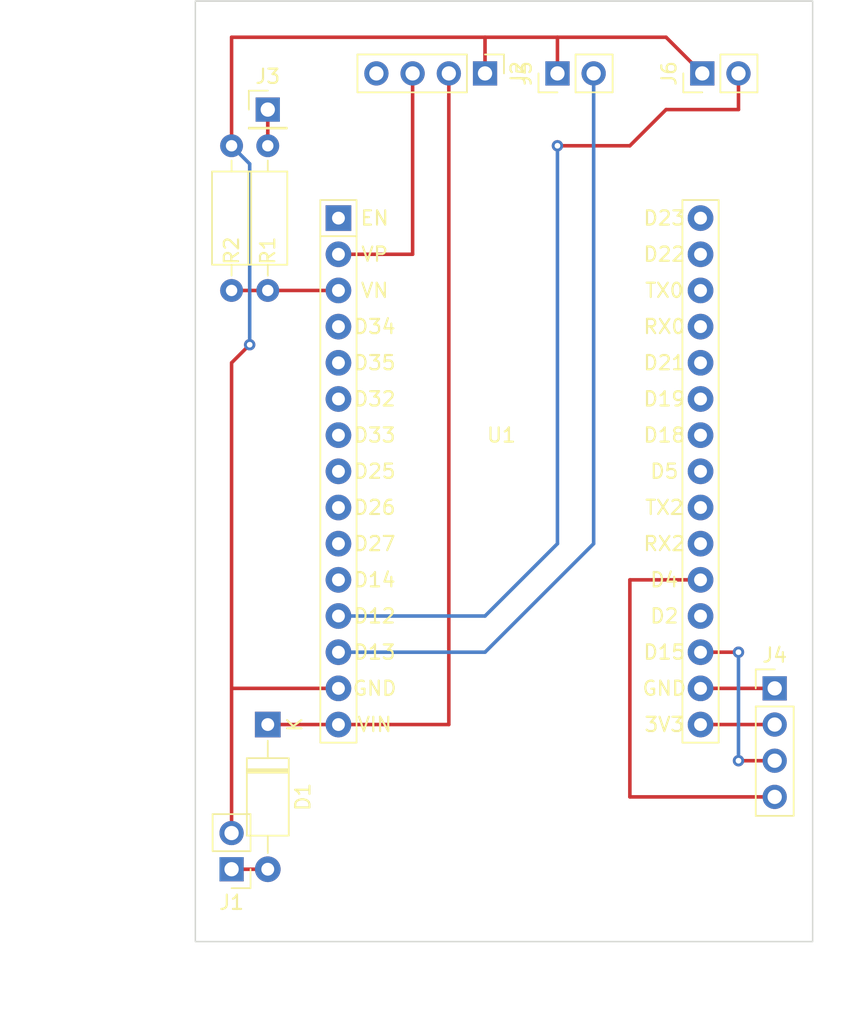
<source format=kicad_pcb>
(kicad_pcb (version 20211014) (generator pcbnew)
  (layers (0 "F.Cu" signal) (31 "B.Cu" signal) (34 "B.Paste" user) (35 "F.Paste" user) (36 "B.SilkS" user "B.Silkscreen") (37 "F.SilkS" user "F.Silkscreen") (38 "B.Mask" user) (39 "F.Mask" user) (44 "Edge.Cuts" user))
  (net 0 "")
  (net 1 "Net-(D1-Pad1)")
  (net 2 "Net-(D1-Pad2)")
  (net 3 "Net-(J1-Pad2)")
  (net 5 "Net-(J3-Pad1)")
  (net 6 "Net-(J4-Pad1)")
  (net 7 "Net-(J4-Pad2)")
  (net 8 "Net-(J4-Pad3)")
  (net 9 "Net-(J5-Pad2)")
  (net 10 "Net-(J4-Pad4)")
  (net 21 "Net-(U1-Pad12)")
  (net 32 "Net-(J2-Pad3)")
  (net 33 "Net-(R1-Pad2)")
  (footprint "Resistor_THT:R_Axial_DIN0207_L6.3mm_D2.5mm_P10.16mm_Horizontal" (layer "F.Cu") (at 144.78 53.34 -90)
    (fp_text reference "R1" (at 7.366 0 90) (layer "F.SilkS"))
    (fp_text value "180K")
    (fp_line (start 8.35 -1.37) (end 1.81 -1.37) (layer "F.SilkS") (width 0.12))
    (fp_line (start 1.81 1.37) (end 8.35 1.37) (layer "F.SilkS") (width 0.12))
    (fp_line (start 1.04 0) (end 1.81 0) (layer "F.SilkS") (width 0.12))
    (fp_line (start 1.81 -1.37) (end 1.81 1.37) (layer "F.SilkS") (width 0.12))
    (fp_line (start 9.12 0) (end 8.35 0) (layer "F.SilkS") (width 0.12))
    (fp_line (start 8.35 1.37) (end 8.35 -1.37) (layer "F.SilkS") (width 0.12))
    (pad "1" thru_hole circle (at 0 0 270) (size 1.6 1.6) (drill 0.8) (layers *.Cu *.Mask) (net 5 "Net-(J3-Pad1)"))
    (pad "2" thru_hole oval (at 10.16 0 270) (size 1.6 1.6) (drill 0.8) (layers *.Cu *.Mask) (net 33 "Net-(R1-Pad2)"))
  )
  (footprint "Connector_PinHeader_2.54mm:PinHeader_1x04_P2.54mm_Vertical" (layer "F.Cu") (at 180.34 91.44)
    (fp_text reference "J4" (at 0 -2.33) (layer "F.SilkS"))
    (fp_text value "Conn_I2C_out")
    (fp_line (start -1.33 1.27) (end -1.33 8.95) (layer "F.SilkS") (width 0.12))
    (fp_line (start -1.33 8.95) (end 1.33 8.95) (layer "F.SilkS") (width 0.12))
    (fp_line (start 1.33 1.27) (end 1.33 8.95) (layer "F.SilkS") (width 0.12))
    (fp_line (start -1.33 1.27) (end 1.33 1.27) (layer "F.SilkS") (width 0.12))
    (fp_line (start -1.33 -1.33) (end 0 -1.33) (layer "F.SilkS") (width 0.12))
    (fp_line (start -1.33 0) (end -1.33 -1.33) (layer "F.SilkS") (width 0.12))
    (pad "1" thru_hole rect (at 0 0) (size 1.7 1.7) (drill 1) (layers *.Cu *.Mask) (net 6 "Net-(J4-Pad1)"))
    (pad "2" thru_hole oval (at 0 2.54) (size 1.7 1.7) (drill 1) (layers *.Cu *.Mask) (net 7 "Net-(J4-Pad2)"))
    (pad "3" thru_hole oval (at 0 5.08) (size 1.7 1.7) (drill 1) (layers *.Cu *.Mask) (net 8 "Net-(J4-Pad3)"))
    (pad "4" thru_hole oval (at 0 7.62) (size 1.7 1.7) (drill 1) (layers *.Cu *.Mask) (net 10 "Net-(J4-Pad4)"))
  )
  (footprint "Diode_THT:D_A-405_P10.16mm_Horizontal" (layer "F.Cu") (at 144.78 93.98 -90)
    (fp_text reference "D1" (at 5.08 -2.47 90) (layer "F.SilkS"))
    (fp_text value "D")
    (fp_text user "K" (at 0 -1.9 90) (layer "F.SilkS"))
    (fp_line (start 3.26 -1.47) (end 3.26 1.47) (layer "F.SilkS") (width 0.12))
    (fp_line (start 7.8 1.47) (end 7.8 -1.47) (layer "F.SilkS") (width 0.12))
    (fp_line (start 2.36 1.47) (end 7.8 1.47) (layer "F.SilkS") (width 0.12))
    (fp_line (start 7.8 -1.47) (end 2.36 -1.47) (layer "F.SilkS") (width 0.12))
    (fp_line (start 1.14 0) (end 2.36 0) (layer "F.SilkS") (width 0.12))
    (fp_line (start 3.14 -1.47) (end 3.14 1.47) (layer "F.SilkS") (width 0.12))
    (fp_line (start 2.36 -1.47) (end 2.36 1.47) (layer "F.SilkS") (width 0.12))
    (fp_line (start 3.38 -1.47) (end 3.38 1.47) (layer "F.SilkS") (width 0.12))
    (fp_line (start 9.02 0) (end 7.8 0) (layer "F.SilkS") (width 0.12))
    (pad "1" thru_hole rect (at 0 0 270) (size 1.8 1.8) (drill 0.9) (layers *.Cu *.Mask) (net 1 "Net-(D1-Pad1)"))
    (pad "2" thru_hole oval (at 10.16 0 270) (size 1.8 1.8) (drill 0.9) (layers *.Cu *.Mask) (net 2 "Net-(D1-Pad2)"))
  )
  (footprint "Node_mcu:NodeMCU_SBC" (layer "F.Cu") (at 149.7375 58.42)
    (fp_text reference "U1" (at 11.43 15.24) (layer "F.SilkS"))
    (fp_text value "NodeMCU_ESP32")
    (fp_text user "D26" (at 2.54 20.32) (layer "F.SilkS"))
    (fp_text user "EN" (at 2.54 0) (layer "F.SilkS"))
    (fp_text user "TX0" (at 22.86 5.08) (layer "F.SilkS"))
    (fp_text user "D2" (at 22.86 27.94) (layer "F.SilkS"))
    (fp_text user "VIN" (at 2.54 35.56) (layer "F.SilkS"))
    (fp_text user "TX2" (at 22.86 20.32) (layer "F.SilkS"))
    (fp_text user "D18" (at 22.86 15.24) (layer "F.SilkS"))
    (fp_text user "GND" (at 22.86 33.02) (layer "F.SilkS"))
    (fp_text user "D23" (at 22.86 0) (layer "F.SilkS"))
    (fp_text user "D25" (at 2.54 17.78) (layer "F.SilkS"))
    (fp_text user "D14" (at 2.54 25.4) (layer "F.SilkS"))
    (fp_text user "3V3" (at 22.86 35.56) (layer "F.SilkS"))
    (fp_text user "D19" (at 22.86 12.7) (layer "F.SilkS"))
    (fp_text user "D34" (at 2.54 7.62) (layer "F.SilkS"))
    (fp_text user "D35" (at 2.54 10.16) (layer "F.SilkS"))
    (fp_text user "D22" (at 22.86 2.54) (layer "F.SilkS"))
    (fp_text user "D21" (at 22.86 10.16) (layer "F.SilkS"))
    (fp_text user "RX2" (at 22.86 22.86) (layer "F.SilkS"))
    (fp_text user "D4" (at 22.86 25.4) (layer "F.SilkS"))
    (fp_text user "D12" (at 2.54 27.94) (layer "F.SilkS"))
    (fp_text user "D33" (at 2.54 15.24) (layer "F.SilkS"))
    (fp_text user "D32" (at 2.54 12.7) (layer "F.SilkS"))
    (fp_text user "D15" (at 22.86 30.48) (layer "F.SilkS"))
    (fp_text user "D5" (at 22.86 17.78) (layer "F.SilkS"))
    (fp_text user "GND" (at 2.54 33.02) (layer "F.SilkS"))
    (fp_text user "D13" (at 2.54 30.48) (layer "F.SilkS"))
    (fp_text user "VN" (at 2.54 5.08) (layer "F.SilkS"))
    (fp_text user "D27" (at 2.54 22.86) (layer "F.SilkS"))
    (fp_text user "RX0" (at 22.86 7.62) (layer "F.SilkS"))
    (fp_text user "VP" (at 2.54 2.54) (layer "F.SilkS"))
    (fp_line (start 24.13 -1.27) (end 24.13 36.83) (layer "F.SilkS") (width 0.12))
    (fp_line (start 1.27 36.83) (end 1.27 -1.27) (layer "F.SilkS") (width 0.12))
    (fp_line (start 24.13 36.83) (end 26.67 36.83) (layer "F.SilkS") (width 0.12))
    (fp_line (start -1.27 -1.27) (end -1.27 36.83) (layer "F.SilkS") (width 0.12))
    (fp_line (start 1.27 -1.27) (end -1.27 -1.27) (layer "F.SilkS") (width 0.12))
    (fp_line (start 26.67 36.83) (end 26.67 -1.27) (layer "F.SilkS") (width 0.12))
    (fp_line (start 1.27 1.27) (end -1.27 1.27) (layer "F.SilkS") (width 0.12))
    (fp_line (start -1.27 36.83) (end 1.27 36.83) (layer "F.SilkS") (width 0.12))
    (fp_line (start 26.67 -1.27) (end 24.13 -1.27) (layer "F.SilkS") (width 0.12))
    (pad "" np_thru_hole circle (at 25.3475 -4.25) (size 3.2 3.2) (drill 3.2) (layers *.Cu *.Mask))
    (pad "" np_thru_hole circle (at 25.3475 43.18) (size 3.2 3.2) (drill 3.2) (layers *.Cu *.Mask))
    (pad "" np_thru_hole circle (at 0.1125 43.18) (size 3.2 3.2) (drill 3.2) (layers *.Cu *.Mask))
    (pad "" np_thru_hole circle (at 0.0625 -4.25) (size 3.2 3.2) (drill 3.2) (layers *.Cu *.Mask))
    (pad "1" thru_hole rect (at 0 0) (size 1.8 1.8) (drill 0.9) (layers *.Cu *.Mask))
    (pad "2" thru_hole circle (at 0 2.54) (size 1.8 1.8) (drill 0.9) (layers *.Cu *.Mask) (net 32 "Net-(J2-Pad3)"))
    (pad "3" thru_hole circle (at 0 5.08) (size 1.8 1.8) (drill 0.9) (layers *.Cu *.Mask) (net 33 "Net-(R1-Pad2)"))
    (pad "4" thru_hole circle (at 0 7.62) (size 1.8 1.8) (drill 0.9) (layers *.Cu *.Mask))
    (pad "5" thru_hole circle (at 0 10.16) (size 1.8 1.8) (drill 0.9) (layers *.Cu *.Mask))
    (pad "6" thru_hole circle (at 0 12.7) (size 1.8 1.8) (drill 0.9) (layers *.Cu *.Mask))
    (pad "7" thru_hole circle (at 0 15.24) (size 1.8 1.8) (drill 0.9) (layers *.Cu *.Mask))
    (pad "8" thru_hole circle (at 0 17.78) (size 1.8 1.8) (drill 0.9) (layers *.Cu *.Mask))
    (pad "9" thru_hole circle (at 0 20.32) (size 1.8 1.8) (drill 0.9) (layers *.Cu *.Mask))
    (pad "10" thru_hole circle (at 0 22.86) (size 1.8 1.8) (drill 0.9) (layers *.Cu *.Mask))
    (pad "11" thru_hole circle (at 0 25.4) (size 1.8 1.8) (drill 0.9) (layers *.Cu *.Mask))
    (pad "12" thru_hole circle (at 0 27.94) (size 1.8 1.8) (drill 0.9) (layers *.Cu *.Mask) (net 21 "Net-(U1-Pad12)"))
    (pad "13" thru_hole circle (at 0 30.48) (size 1.8 1.8) (drill 0.9) (layers *.Cu *.Mask) (net 9 "Net-(J5-Pad2)"))
    (pad "14" thru_hole circle (at 0 33.02) (size 1.8 1.8) (drill 0.9) (layers *.Cu *.Mask) (net 3 "Net-(J1-Pad2)"))
    (pad "15" thru_hole circle (at 0 35.56) (size 1.8 1.8) (drill 0.9) (layers *.Cu *.Mask) (net 1 "Net-(D1-Pad1)"))
    (pad "16" thru_hole circle (at 25.4 35.56) (size 1.8 1.8) (drill 0.9) (layers *.Cu *.Mask) (net 7 "Net-(J4-Pad2)"))
    (pad "17" thru_hole circle (at 25.4 33.02) (size 1.8 1.8) (drill 0.9) (layers *.Cu *.Mask) (net 6 "Net-(J4-Pad1)"))
    (pad "18" thru_hole circle (at 25.4 30.48) (size 1.8 1.8) (drill 0.9) (layers *.Cu *.Mask) (net 8 "Net-(J4-Pad3)"))
    (pad "19" thru_hole circle (at 25.4 27.94) (size 1.8 1.8) (drill 0.9) (layers *.Cu *.Mask))
    (pad "20" thru_hole circle (at 25.4 25.4) (size 1.8 1.8) (drill 0.9) (layers *.Cu *.Mask) (net 10 "Net-(J4-Pad4)"))
    (pad "21" thru_hole circle (at 25.4 22.86) (size 1.8 1.8) (drill 0.9) (layers *.Cu *.Mask))
    (pad "22" thru_hole circle (at 25.4 20.32) (size 1.8 1.8) (drill 0.9) (layers *.Cu *.Mask))
    (pad "23" thru_hole circle (at 25.4 17.78) (size 1.8 1.8) (drill 0.9) (layers *.Cu *.Mask))
    (pad "24" thru_hole circle (at 25.4 15.24) (size 1.8 1.8) (drill 0.9) (layers *.Cu *.Mask))
    (pad "25" thru_hole circle (at 25.4 12.7) (size 1.8 1.8) (drill 0.9) (layers *.Cu *.Mask))
    (pad "26" thru_hole circle (at 25.4 10.16) (size 1.8 1.8) (drill 0.9) (layers *.Cu *.Mask))
    (pad "27" thru_hole circle (at 25.4 7.62) (size 1.8 1.8) (drill 0.9) (layers *.Cu *.Mask))
    (pad "28" thru_hole circle (at 25.4 5.08) (size 1.8 1.8) (drill 0.9) (layers *.Cu *.Mask))
    (pad "29" thru_hole circle (at 25.4 2.54) (size 1.8 1.8) (drill 0.9) (layers *.Cu *.Mask))
    (pad "30" thru_hole circle (at 25.4 0) (size 1.8 1.8) (drill 0.9) (layers *.Cu *.Mask))
  )
  (footprint "Resistor_THT:R_Axial_DIN0207_L6.3mm_D2.5mm_P10.16mm_Horizontal" (layer "F.Cu") (at 142.24 63.5 90)
    (fp_text reference "R2" (at 2.794 0 90) (layer "F.SilkS"))
    (fp_text value "12K")
    (fp_line (start 8.35 1.37) (end 8.35 -1.37) (layer "F.SilkS") (width 0.12))
    (fp_line (start 1.81 -1.37) (end 1.81 1.37) (layer "F.SilkS") (width 0.12))
    (fp_line (start 1.04 0) (end 1.81 0) (layer "F.SilkS") (width 0.12))
    (fp_line (start 8.35 -1.37) (end 1.81 -1.37) (layer "F.SilkS") (width 0.12))
    (fp_line (start 1.81 1.37) (end 8.35 1.37) (layer "F.SilkS") (width 0.12))
    (fp_line (start 9.12 0) (end 8.35 0) (layer "F.SilkS") (width 0.12))
    (pad "1" thru_hole circle (at 0 0 90) (size 1.6 1.6) (drill 0.8) (layers *.Cu *.Mask) (net 33 "Net-(R1-Pad2)"))
    (pad "2" thru_hole oval (at 10.16 0 90) (size 1.6 1.6) (drill 0.8) (layers *.Cu *.Mask) (net 3 "Net-(J1-Pad2)"))
  )
  (footprint "Connector_PinHeader_2.54mm:PinHeader_1x02_P2.54mm_Vertical" (layer "F.Cu") (at 175.26 48.26 90)
    (fp_text reference "J6" (at 0 -2.33 90) (layer "F.SilkS"))
    (fp_text value "Conn_log_button")
    (fp_line (start -1.33 1.27) (end -1.33 3.87) (layer "F.SilkS") (width 0.12))
    (fp_line (start 1.33 1.27) (end 1.33 3.87) (layer "F.SilkS") (width 0.12))
    (fp_line (start -1.33 1.27) (end 1.33 1.27) (layer "F.SilkS") (width 0.12))
    (fp_line (start -1.33 -1.33) (end 0 -1.33) (layer "F.SilkS") (width 0.12))
    (fp_line (start -1.33 0) (end -1.33 -1.33) (layer "F.SilkS") (width 0.12))
    (fp_line (start -1.33 3.87) (end 1.33 3.87) (layer "F.SilkS") (width 0.12))
    (pad "1" thru_hole rect (at 0 0 90) (size 1.7 1.7) (drill 1) (layers *.Cu *.Mask) (net 3 "Net-(J1-Pad2)"))
    (pad "2" thru_hole oval (at 0 2.54 90) (size 1.7 1.7) (drill 1) (layers *.Cu *.Mask) (net 21 "Net-(U1-Pad12)"))
  )
  (footprint "Connector_PinHeader_2.54mm:PinHeader_1x01_P2.54mm_Vertical" (layer "F.Cu") (at 144.78 50.8)
    (fp_text reference "J3" (at 0 -2.33) (layer "F.SilkS"))
    (fp_text value "Conn_battery")
    (fp_line (start -1.33 -1.33) (end 0 -1.33) (layer "F.SilkS") (width 0.12))
    (fp_line (start 1.33 1.27) (end 1.33 1.33) (layer "F.SilkS") (width 0.12))
    (fp_line (start -1.33 1.27) (end -1.33 1.33) (layer "F.SilkS") (width 0.12))
    (fp_line (start -1.33 1.33) (end 1.33 1.33) (layer "F.SilkS") (width 0.12))
    (fp_line (start -1.33 1.27) (end 1.33 1.27) (layer "F.SilkS") (width 0.12))
    (fp_line (start -1.33 0) (end -1.33 -1.33) (layer "F.SilkS") (width 0.12))
    (pad "1" thru_hole rect (at 0 0) (size 1.7 1.7) (drill 1) (layers *.Cu *.Mask) (net 5 "Net-(J3-Pad1)"))
  )
  (footprint "Connector_PinHeader_2.54mm:PinHeader_1x02_P2.54mm_Vertical" (layer "F.Cu") (at 142.24 104.14 180)
    (fp_text reference "J1" (at 0 -2.33) (layer "F.SilkS"))
    (fp_text value "Conn_alim")
    (fp_line (start -1.33 3.87) (end 1.33 3.87) (layer "F.SilkS") (width 0.12))
    (fp_line (start -1.33 1.27) (end -1.33 3.87) (layer "F.SilkS") (width 0.12))
    (fp_line (start -1.33 -1.33) (end 0 -1.33) (layer "F.SilkS") (width 0.12))
    (fp_line (start -1.33 1.27) (end 1.33 1.27) (layer "F.SilkS") (width 0.12))
    (fp_line (start 1.33 1.27) (end 1.33 3.87) (layer "F.SilkS") (width 0.12))
    (fp_line (start -1.33 0) (end -1.33 -1.33) (layer "F.SilkS") (width 0.12))
    (pad "1" thru_hole rect (at 0 0 180) (size 1.7 1.7) (drill 1) (layers *.Cu *.Mask) (net 2 "Net-(D1-Pad2)"))
    (pad "2" thru_hole oval (at 0 2.54 180) (size 1.7 1.7) (drill 1) (layers *.Cu *.Mask) (net 3 "Net-(J1-Pad2)"))
  )
  (footprint "Connector_PinHeader_2.54mm:PinHeader_1x02_P2.54mm_Vertical" (layer "F.Cu") (at 165.1 48.26 90)
    (fp_text reference "J5" (at 0 -2.33 90) (layer "F.SilkS"))
    (fp_text value "Conn_speed_sensor")
    (fp_line (start -1.33 0) (end -1.33 -1.33) (layer "F.SilkS") (width 0.12))
    (fp_line (start -1.33 1.27) (end 1.33 1.27) (layer "F.SilkS") (width 0.12))
    (fp_line (start -1.33 1.27) (end -1.33 3.87) (layer "F.SilkS") (width 0.12))
    (fp_line (start -1.33 -1.33) (end 0 -1.33) (layer "F.SilkS") (width 0.12))
    (fp_line (start 1.33 1.27) (end 1.33 3.87) (layer "F.SilkS") (width 0.12))
    (fp_line (start -1.33 3.87) (end 1.33 3.87) (layer "F.SilkS") (width 0.12))
    (pad "1" thru_hole rect (at 0 0 90) (size 1.7 1.7) (drill 1) (layers *.Cu *.Mask) (net 3 "Net-(J1-Pad2)"))
    (pad "2" thru_hole oval (at 0 2.54 90) (size 1.7 1.7) (drill 1) (layers *.Cu *.Mask) (net 9 "Net-(J5-Pad2)"))
  )
  (footprint "Connector_PinHeader_2.54mm:PinHeader_1x04_P2.54mm_Vertical" (layer "F.Cu") (at 160.02 48.26 -90)
    (fp_text reference "J2" (at 0 -2.33 90) (layer "F.SilkS"))
    (fp_text value "Conn_HSTS016L")
    (fp_line (start -1.33 0) (end -1.33 -1.33) (layer "F.SilkS") (width 0.12))
    (fp_line (start -1.33 -1.33) (end 0 -1.33) (layer "F.SilkS") (width 0.12))
    (fp_line (start -1.33 1.27) (end 1.33 1.27) (layer "F.SilkS") (width 0.12))
    (fp_line (start -1.33 1.27) (end -1.33 8.95) (layer "F.SilkS") (width 0.12))
    (fp_line (start 1.33 1.27) (end 1.33 8.95) (layer "F.SilkS") (width 0.12))
    (fp_line (start -1.33 8.95) (end 1.33 8.95) (layer "F.SilkS") (width 0.12))
    (pad "1" thru_hole rect (at 0 0 270) (size 1.7 1.7) (drill 1) (layers *.Cu *.Mask) (net 3 "Net-(J1-Pad2)"))
    (pad "2" thru_hole oval (at 0 2.54 270) (size 1.7 1.7) (drill 1) (layers *.Cu *.Mask) (net 1 "Net-(D1-Pad1)"))
    (pad "3" thru_hole oval (at 0 5.08 270) (size 1.7 1.7) (drill 1) (layers *.Cu *.Mask) (net 32 "Net-(J2-Pad3)"))
    (pad "4" thru_hole oval (at 0 7.62 270) (size 1.7 1.7) (drill 1) (layers *.Cu *.Mask))
  )
  (gr_rect (start 139.7 43.18) (end 183 109.22) (layer "Edge.Cuts") (width 0.1) (fill none))
  (segment (start 157.48 93.98) (end 157.48 48.26) (width 0.25) (layer "F.Cu") (net 1))
  (segment (start 144.78 93.98) (end 149.7375 93.98) (width 0.25) (layer "F.Cu") (net 1))
  (segment (start 149.7375 93.98) (end 157.48 93.98) (width 0.25) (layer "F.Cu") (net 1))
  (segment (start 142.24 104.14) (end 144.78 104.14) (width 0.25) (layer "F.Cu") (net 2))
  (segment (start 160.02 45.72) (end 160.02 48.26) (width 0.25) (layer "F.Cu") (net 3))
  (segment (start 142.24 91.44) (end 149.7375 91.44) (width 0.25) (layer "F.Cu") (net 3))
  (segment (start 172.72 45.72) (end 165.1 45.72) (width 0.25) (layer "F.Cu") (net 3))
  (segment (start 160.02 45.72) (end 165.1 45.72) (width 0.25) (layer "F.Cu") (net 3))
  (segment (start 142.24 53.34) (end 142.24 45.72) (width 0.25) (layer "F.Cu") (net 3))
  (segment (start 175.26 48.26) (end 172.72 45.72) (width 0.25) (layer "F.Cu") (net 3))
  (segment (start 142.24 45.72) (end 160.02 45.72) (width 0.25) (layer "F.Cu") (net 3))
  (segment (start 142.24 91.44) (end 142.24 68.58) (width 0.25) (layer "F.Cu") (net 3))
  (segment (start 165.1 45.72) (end 165.1 48.26) (width 0.25) (layer "F.Cu") (net 3))
  (segment (start 142.24 101.6) (end 142.24 91.44) (width 0.25) (layer "F.Cu") (net 3))
  (segment (start 142.24 68.58) (end 143.51 67.31) (width 0.25) (layer "F.Cu") (net 3))
  (via (at 143.51 67.31) (size 0.8) (drill 0.4) (layers "F.Cu" "B.Cu") (net 3))
  (segment (start 143.51 54.61) (end 142.24 53.34) (width 0.25) (layer "B.Cu") (net 3))
  (segment (start 143.51 67.31) (end 143.51 54.61) (width 0.25) (layer "B.Cu") (net 3))
  (segment (start 144.78 50.8) (end 144.78 53.34) (width 0.25) (layer "F.Cu") (net 5))
  (segment (start 175.1375 91.44) (end 180.34 91.44) (width 0.25) (layer "F.Cu") (net 6))
  (segment (start 180.34 93.98) (end 175.1375 93.98) (width 0.25) (layer "F.Cu") (net 7))
  (segment (start 175.1375 88.9) (end 177.8 88.9) (width 0.25) (layer "F.Cu") (net 8))
  (segment (start 177.8 96.52) (end 180.34 96.52) (width 0.25) (layer "F.Cu") (net 8))
  (via (at 177.8 88.9) (size 0.8) (drill 0.4) (layers "F.Cu" "B.Cu") (net 8))
  (via (at 177.8 96.52) (size 0.8) (drill 0.4) (layers "F.Cu" "B.Cu") (net 8))
  (segment (start 177.8 88.9) (end 177.8 96.52) (width 0.25) (layer "B.Cu") (net 8))
  (segment (start 160.02 88.9) (end 149.7375 88.9) (width 0.25) (layer "B.Cu") (net 9))
  (segment (start 167.64 81.28) (end 160.02 88.9) (width 0.25) (layer "B.Cu") (net 9))
  (segment (start 167.64 48.26) (end 167.64 81.28) (width 0.25) (layer "B.Cu") (net 9))
  (segment (start 170.18 99.06) (end 170.18 83.82) (width 0.25) (layer "F.Cu") (net 10))
  (segment (start 180.34 99.06) (end 170.18 99.06) (width 0.25) (layer "F.Cu") (net 10))
  (segment (start 170.18 83.82) (end 175.1375 83.82) (width 0.25) (layer "F.Cu") (net 10))
  (segment (start 177.8 50.8) (end 177.8 48.26) (width 0.25) (layer "F.Cu") (net 21))
  (segment (start 172.72 50.8) (end 177.8 50.8) (width 0.25) (layer "F.Cu") (net 21))
  (segment (start 170.18 53.34) (end 172.72 50.8) (width 0.25) (layer "F.Cu") (net 21))
  (segment (start 165.1 53.34) (end 170.18 53.34) (width 0.25) (layer "F.Cu") (net 21))
  (via (at 165.1 53.34) (size 0.8) (drill 0.4) (layers "F.Cu" "B.Cu") (net 21))
  (segment (start 160.02 86.36) (end 165.1 81.28) (width 0.25) (layer "B.Cu") (net 21))
  (segment (start 165.1 81.28) (end 165.1 53.34) (width 0.25) (layer "B.Cu") (net 21))
  (segment (start 149.7375 86.36) (end 160.02 86.36) (width 0.25) (layer "B.Cu") (net 21))
  (segment (start 154.94 60.96) (end 149.7375 60.96) (width 0.25) (layer "F.Cu") (net 32))
  (segment (start 154.94 48.26) (end 154.94 60.96) (width 0.25) (layer "F.Cu") (net 32))
  (segment (start 144.78 63.5) (end 149.7375 63.5) (width 0.25) (layer "F.Cu") (net 33))
  (segment (start 144.78 63.5) (end 142.24 63.5) (width 0.25) (layer "F.Cu") (net 33))
)
</source>
